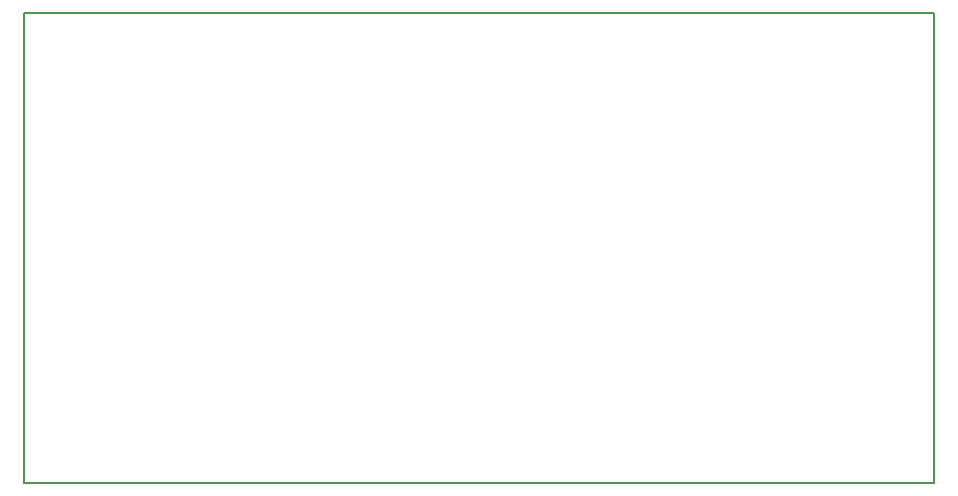
<source format=gbr>
%TF.GenerationSoftware,Altium Limited,Altium Designer,22.11.1 (43)*%
G04 Layer_Color=32768*
%FSLAX45Y45*%
%MOMM*%
%TF.SameCoordinates,CC3570FD-A2D7-4FBA-AFAC-830B96578B4B*%
%TF.FilePolarity,Positive*%
%TF.FileFunction,Other,Mechanical_15*%
%TF.Part,Single*%
G01*
G75*
%TA.AperFunction,NonConductor*%
%ADD25C,0.20000*%
D25*
X941250Y4011000D02*
Y7989000D01*
Y4011000D02*
X8647250D01*
Y7989000D01*
X941250D02*
X8647250D01*
%TF.MD5,bc10304140c53a9b9a7d026a3053290d*%
M02*

</source>
